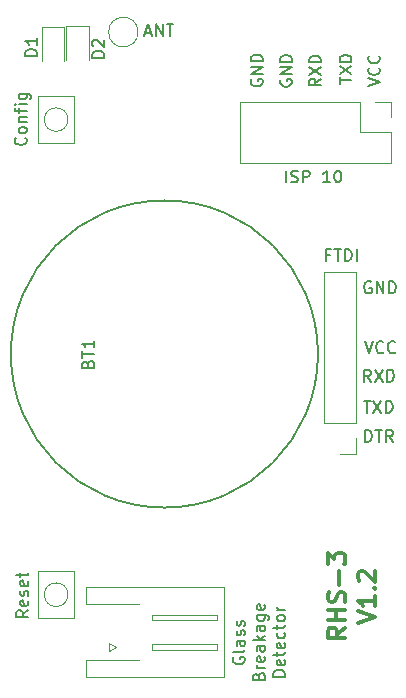
<source format=gto>
G04 #@! TF.GenerationSoftware,KiCad,Pcbnew,(5.1.5)-3*
G04 #@! TF.CreationDate,2020-05-25T21:57:19+02:00*
G04 #@! TF.ProjectId,RHS_3,5248535f-332e-46b6-9963-61645f706362,rev?*
G04 #@! TF.SameCoordinates,Original*
G04 #@! TF.FileFunction,Legend,Top*
G04 #@! TF.FilePolarity,Positive*
%FSLAX46Y46*%
G04 Gerber Fmt 4.6, Leading zero omitted, Abs format (unit mm)*
G04 Created by KiCad (PCBNEW (5.1.5)-3) date 2020-05-25 21:57:19*
%MOMM*%
%LPD*%
G04 APERTURE LIST*
%ADD10C,0.200000*%
%ADD11C,0.300000*%
%ADD12C,0.150000*%
%ADD13C,0.120000*%
G04 APERTURE END LIST*
D10*
X78445000Y-125086904D02*
X78397380Y-125182142D01*
X78397380Y-125325000D01*
X78445000Y-125467857D01*
X78540238Y-125563095D01*
X78635476Y-125610714D01*
X78825952Y-125658333D01*
X78968809Y-125658333D01*
X79159285Y-125610714D01*
X79254523Y-125563095D01*
X79349761Y-125467857D01*
X79397380Y-125325000D01*
X79397380Y-125229761D01*
X79349761Y-125086904D01*
X79302142Y-125039285D01*
X78968809Y-125039285D01*
X78968809Y-125229761D01*
X79397380Y-124467857D02*
X79349761Y-124563095D01*
X79254523Y-124610714D01*
X78397380Y-124610714D01*
X79397380Y-123658333D02*
X78873571Y-123658333D01*
X78778333Y-123705952D01*
X78730714Y-123801190D01*
X78730714Y-123991666D01*
X78778333Y-124086904D01*
X79349761Y-123658333D02*
X79397380Y-123753571D01*
X79397380Y-123991666D01*
X79349761Y-124086904D01*
X79254523Y-124134523D01*
X79159285Y-124134523D01*
X79064047Y-124086904D01*
X79016428Y-123991666D01*
X79016428Y-123753571D01*
X78968809Y-123658333D01*
X79349761Y-123229761D02*
X79397380Y-123134523D01*
X79397380Y-122944047D01*
X79349761Y-122848809D01*
X79254523Y-122801190D01*
X79206904Y-122801190D01*
X79111666Y-122848809D01*
X79064047Y-122944047D01*
X79064047Y-123086904D01*
X79016428Y-123182142D01*
X78921190Y-123229761D01*
X78873571Y-123229761D01*
X78778333Y-123182142D01*
X78730714Y-123086904D01*
X78730714Y-122944047D01*
X78778333Y-122848809D01*
X79349761Y-122420238D02*
X79397380Y-122325000D01*
X79397380Y-122134523D01*
X79349761Y-122039285D01*
X79254523Y-121991666D01*
X79206904Y-121991666D01*
X79111666Y-122039285D01*
X79064047Y-122134523D01*
X79064047Y-122277380D01*
X79016428Y-122372619D01*
X78921190Y-122420238D01*
X78873571Y-122420238D01*
X78778333Y-122372619D01*
X78730714Y-122277380D01*
X78730714Y-122134523D01*
X78778333Y-122039285D01*
X80573571Y-126682142D02*
X80621190Y-126539285D01*
X80668809Y-126491666D01*
X80764047Y-126444047D01*
X80906904Y-126444047D01*
X81002142Y-126491666D01*
X81049761Y-126539285D01*
X81097380Y-126634523D01*
X81097380Y-127015476D01*
X80097380Y-127015476D01*
X80097380Y-126682142D01*
X80145000Y-126586904D01*
X80192619Y-126539285D01*
X80287857Y-126491666D01*
X80383095Y-126491666D01*
X80478333Y-126539285D01*
X80525952Y-126586904D01*
X80573571Y-126682142D01*
X80573571Y-127015476D01*
X81097380Y-126015476D02*
X80430714Y-126015476D01*
X80621190Y-126015476D02*
X80525952Y-125967857D01*
X80478333Y-125920238D01*
X80430714Y-125825000D01*
X80430714Y-125729761D01*
X81049761Y-125015476D02*
X81097380Y-125110714D01*
X81097380Y-125301190D01*
X81049761Y-125396428D01*
X80954523Y-125444047D01*
X80573571Y-125444047D01*
X80478333Y-125396428D01*
X80430714Y-125301190D01*
X80430714Y-125110714D01*
X80478333Y-125015476D01*
X80573571Y-124967857D01*
X80668809Y-124967857D01*
X80764047Y-125444047D01*
X81097380Y-124110714D02*
X80573571Y-124110714D01*
X80478333Y-124158333D01*
X80430714Y-124253571D01*
X80430714Y-124444047D01*
X80478333Y-124539285D01*
X81049761Y-124110714D02*
X81097380Y-124205952D01*
X81097380Y-124444047D01*
X81049761Y-124539285D01*
X80954523Y-124586904D01*
X80859285Y-124586904D01*
X80764047Y-124539285D01*
X80716428Y-124444047D01*
X80716428Y-124205952D01*
X80668809Y-124110714D01*
X81097380Y-123634523D02*
X80097380Y-123634523D01*
X80716428Y-123539285D02*
X81097380Y-123253571D01*
X80430714Y-123253571D02*
X80811666Y-123634523D01*
X81097380Y-122396428D02*
X80573571Y-122396428D01*
X80478333Y-122444047D01*
X80430714Y-122539285D01*
X80430714Y-122729761D01*
X80478333Y-122825000D01*
X81049761Y-122396428D02*
X81097380Y-122491666D01*
X81097380Y-122729761D01*
X81049761Y-122825000D01*
X80954523Y-122872619D01*
X80859285Y-122872619D01*
X80764047Y-122825000D01*
X80716428Y-122729761D01*
X80716428Y-122491666D01*
X80668809Y-122396428D01*
X80430714Y-121491666D02*
X81240238Y-121491666D01*
X81335476Y-121539285D01*
X81383095Y-121586904D01*
X81430714Y-121682142D01*
X81430714Y-121825000D01*
X81383095Y-121920238D01*
X81049761Y-121491666D02*
X81097380Y-121586904D01*
X81097380Y-121777380D01*
X81049761Y-121872619D01*
X81002142Y-121920238D01*
X80906904Y-121967857D01*
X80621190Y-121967857D01*
X80525952Y-121920238D01*
X80478333Y-121872619D01*
X80430714Y-121777380D01*
X80430714Y-121586904D01*
X80478333Y-121491666D01*
X81049761Y-120634523D02*
X81097380Y-120729761D01*
X81097380Y-120920238D01*
X81049761Y-121015476D01*
X80954523Y-121063095D01*
X80573571Y-121063095D01*
X80478333Y-121015476D01*
X80430714Y-120920238D01*
X80430714Y-120729761D01*
X80478333Y-120634523D01*
X80573571Y-120586904D01*
X80668809Y-120586904D01*
X80764047Y-121063095D01*
X82797380Y-126705952D02*
X81797380Y-126705952D01*
X81797380Y-126467857D01*
X81845000Y-126325000D01*
X81940238Y-126229761D01*
X82035476Y-126182142D01*
X82225952Y-126134523D01*
X82368809Y-126134523D01*
X82559285Y-126182142D01*
X82654523Y-126229761D01*
X82749761Y-126325000D01*
X82797380Y-126467857D01*
X82797380Y-126705952D01*
X82749761Y-125325000D02*
X82797380Y-125420238D01*
X82797380Y-125610714D01*
X82749761Y-125705952D01*
X82654523Y-125753571D01*
X82273571Y-125753571D01*
X82178333Y-125705952D01*
X82130714Y-125610714D01*
X82130714Y-125420238D01*
X82178333Y-125325000D01*
X82273571Y-125277380D01*
X82368809Y-125277380D01*
X82464047Y-125753571D01*
X82130714Y-124991666D02*
X82130714Y-124610714D01*
X81797380Y-124848809D02*
X82654523Y-124848809D01*
X82749761Y-124801190D01*
X82797380Y-124705952D01*
X82797380Y-124610714D01*
X82749761Y-123896428D02*
X82797380Y-123991666D01*
X82797380Y-124182142D01*
X82749761Y-124277380D01*
X82654523Y-124325000D01*
X82273571Y-124325000D01*
X82178333Y-124277380D01*
X82130714Y-124182142D01*
X82130714Y-123991666D01*
X82178333Y-123896428D01*
X82273571Y-123848809D01*
X82368809Y-123848809D01*
X82464047Y-124325000D01*
X82749761Y-122991666D02*
X82797380Y-123086904D01*
X82797380Y-123277380D01*
X82749761Y-123372619D01*
X82702142Y-123420238D01*
X82606904Y-123467857D01*
X82321190Y-123467857D01*
X82225952Y-123420238D01*
X82178333Y-123372619D01*
X82130714Y-123277380D01*
X82130714Y-123086904D01*
X82178333Y-122991666D01*
X82130714Y-122705952D02*
X82130714Y-122325000D01*
X81797380Y-122563095D02*
X82654523Y-122563095D01*
X82749761Y-122515476D01*
X82797380Y-122420238D01*
X82797380Y-122325000D01*
X82797380Y-121848809D02*
X82749761Y-121944047D01*
X82702142Y-121991666D01*
X82606904Y-122039285D01*
X82321190Y-122039285D01*
X82225952Y-121991666D01*
X82178333Y-121944047D01*
X82130714Y-121848809D01*
X82130714Y-121705952D01*
X82178333Y-121610714D01*
X82225952Y-121563095D01*
X82321190Y-121515476D01*
X82606904Y-121515476D01*
X82702142Y-121563095D01*
X82749761Y-121610714D01*
X82797380Y-121705952D01*
X82797380Y-121848809D01*
X82797380Y-121086904D02*
X82130714Y-121086904D01*
X82321190Y-121086904D02*
X82225952Y-121039285D01*
X82178333Y-120991666D01*
X82130714Y-120896428D01*
X82130714Y-120801190D01*
D11*
X87922571Y-122566571D02*
X87208285Y-123066571D01*
X87922571Y-123423714D02*
X86422571Y-123423714D01*
X86422571Y-122852285D01*
X86494000Y-122709428D01*
X86565428Y-122638000D01*
X86708285Y-122566571D01*
X86922571Y-122566571D01*
X87065428Y-122638000D01*
X87136857Y-122709428D01*
X87208285Y-122852285D01*
X87208285Y-123423714D01*
X87922571Y-121923714D02*
X86422571Y-121923714D01*
X87136857Y-121923714D02*
X87136857Y-121066571D01*
X87922571Y-121066571D02*
X86422571Y-121066571D01*
X87851142Y-120423714D02*
X87922571Y-120209428D01*
X87922571Y-119852285D01*
X87851142Y-119709428D01*
X87779714Y-119638000D01*
X87636857Y-119566571D01*
X87494000Y-119566571D01*
X87351142Y-119638000D01*
X87279714Y-119709428D01*
X87208285Y-119852285D01*
X87136857Y-120138000D01*
X87065428Y-120280857D01*
X86994000Y-120352285D01*
X86851142Y-120423714D01*
X86708285Y-120423714D01*
X86565428Y-120352285D01*
X86494000Y-120280857D01*
X86422571Y-120138000D01*
X86422571Y-119780857D01*
X86494000Y-119566571D01*
X87351142Y-118923714D02*
X87351142Y-117780857D01*
X86422571Y-117209428D02*
X86422571Y-116280857D01*
X86994000Y-116780857D01*
X86994000Y-116566571D01*
X87065428Y-116423714D01*
X87136857Y-116352285D01*
X87279714Y-116280857D01*
X87636857Y-116280857D01*
X87779714Y-116352285D01*
X87851142Y-116423714D01*
X87922571Y-116566571D01*
X87922571Y-116995142D01*
X87851142Y-117138000D01*
X87779714Y-117209428D01*
X88972571Y-122173714D02*
X90472571Y-121673714D01*
X88972571Y-121173714D01*
X90472571Y-119888000D02*
X90472571Y-120745142D01*
X90472571Y-120316571D02*
X88972571Y-120316571D01*
X89186857Y-120459428D01*
X89329714Y-120602285D01*
X89401142Y-120745142D01*
X90329714Y-119245142D02*
X90401142Y-119173714D01*
X90472571Y-119245142D01*
X90401142Y-119316571D01*
X90329714Y-119245142D01*
X90472571Y-119245142D01*
X89115428Y-118602285D02*
X89044000Y-118530857D01*
X88972571Y-118388000D01*
X88972571Y-118030857D01*
X89044000Y-117888000D01*
X89115428Y-117816571D01*
X89258285Y-117745142D01*
X89401142Y-117745142D01*
X89615428Y-117816571D01*
X90472571Y-118673714D01*
X90472571Y-117745142D01*
D12*
X89607142Y-106852380D02*
X89607142Y-105852380D01*
X89845238Y-105852380D01*
X89988095Y-105900000D01*
X90083333Y-105995238D01*
X90130952Y-106090476D01*
X90178571Y-106280952D01*
X90178571Y-106423809D01*
X90130952Y-106614285D01*
X90083333Y-106709523D01*
X89988095Y-106804761D01*
X89845238Y-106852380D01*
X89607142Y-106852380D01*
X90464285Y-105852380D02*
X91035714Y-105852380D01*
X90750000Y-106852380D02*
X90750000Y-105852380D01*
X91940476Y-106852380D02*
X91607142Y-106376190D01*
X91369047Y-106852380D02*
X91369047Y-105852380D01*
X91750000Y-105852380D01*
X91845238Y-105900000D01*
X91892857Y-105947619D01*
X91940476Y-106042857D01*
X91940476Y-106185714D01*
X91892857Y-106280952D01*
X91845238Y-106328571D01*
X91750000Y-106376190D01*
X91369047Y-106376190D01*
X90083333Y-101727380D02*
X89750000Y-101251190D01*
X89511904Y-101727380D02*
X89511904Y-100727380D01*
X89892857Y-100727380D01*
X89988095Y-100775000D01*
X90035714Y-100822619D01*
X90083333Y-100917857D01*
X90083333Y-101060714D01*
X90035714Y-101155952D01*
X89988095Y-101203571D01*
X89892857Y-101251190D01*
X89511904Y-101251190D01*
X90416666Y-100727380D02*
X91083333Y-101727380D01*
X91083333Y-100727380D02*
X90416666Y-101727380D01*
X91464285Y-101727380D02*
X91464285Y-100727380D01*
X91702380Y-100727380D01*
X91845238Y-100775000D01*
X91940476Y-100870238D01*
X91988095Y-100965476D01*
X92035714Y-101155952D01*
X92035714Y-101298809D01*
X91988095Y-101489285D01*
X91940476Y-101584523D01*
X91845238Y-101679761D01*
X91702380Y-101727380D01*
X91464285Y-101727380D01*
X89488095Y-103352380D02*
X90059523Y-103352380D01*
X89773809Y-104352380D02*
X89773809Y-103352380D01*
X90297619Y-103352380D02*
X90964285Y-104352380D01*
X90964285Y-103352380D02*
X90297619Y-104352380D01*
X91345238Y-104352380D02*
X91345238Y-103352380D01*
X91583333Y-103352380D01*
X91726190Y-103400000D01*
X91821428Y-103495238D01*
X91869047Y-103590476D01*
X91916666Y-103780952D01*
X91916666Y-103923809D01*
X91869047Y-104114285D01*
X91821428Y-104209523D01*
X91726190Y-104304761D01*
X91583333Y-104352380D01*
X91345238Y-104352380D01*
X89566666Y-98327380D02*
X89900000Y-99327380D01*
X90233333Y-98327380D01*
X91138095Y-99232142D02*
X91090476Y-99279761D01*
X90947619Y-99327380D01*
X90852380Y-99327380D01*
X90709523Y-99279761D01*
X90614285Y-99184523D01*
X90566666Y-99089285D01*
X90519047Y-98898809D01*
X90519047Y-98755952D01*
X90566666Y-98565476D01*
X90614285Y-98470238D01*
X90709523Y-98375000D01*
X90852380Y-98327380D01*
X90947619Y-98327380D01*
X91090476Y-98375000D01*
X91138095Y-98422619D01*
X92138095Y-99232142D02*
X92090476Y-99279761D01*
X91947619Y-99327380D01*
X91852380Y-99327380D01*
X91709523Y-99279761D01*
X91614285Y-99184523D01*
X91566666Y-99089285D01*
X91519047Y-98898809D01*
X91519047Y-98755952D01*
X91566666Y-98565476D01*
X91614285Y-98470238D01*
X91709523Y-98375000D01*
X91852380Y-98327380D01*
X91947619Y-98327380D01*
X92090476Y-98375000D01*
X92138095Y-98422619D01*
X90088095Y-93300000D02*
X89992857Y-93252380D01*
X89850000Y-93252380D01*
X89707142Y-93300000D01*
X89611904Y-93395238D01*
X89564285Y-93490476D01*
X89516666Y-93680952D01*
X89516666Y-93823809D01*
X89564285Y-94014285D01*
X89611904Y-94109523D01*
X89707142Y-94204761D01*
X89850000Y-94252380D01*
X89945238Y-94252380D01*
X90088095Y-94204761D01*
X90135714Y-94157142D01*
X90135714Y-93823809D01*
X89945238Y-93823809D01*
X90564285Y-94252380D02*
X90564285Y-93252380D01*
X91135714Y-94252380D01*
X91135714Y-93252380D01*
X91611904Y-94252380D02*
X91611904Y-93252380D01*
X91850000Y-93252380D01*
X91992857Y-93300000D01*
X92088095Y-93395238D01*
X92135714Y-93490476D01*
X92183333Y-93680952D01*
X92183333Y-93823809D01*
X92135714Y-94014285D01*
X92088095Y-94109523D01*
X91992857Y-94204761D01*
X91850000Y-94252380D01*
X91611904Y-94252380D01*
X79960000Y-76151904D02*
X79912380Y-76247142D01*
X79912380Y-76390000D01*
X79960000Y-76532857D01*
X80055238Y-76628095D01*
X80150476Y-76675714D01*
X80340952Y-76723333D01*
X80483809Y-76723333D01*
X80674285Y-76675714D01*
X80769523Y-76628095D01*
X80864761Y-76532857D01*
X80912380Y-76390000D01*
X80912380Y-76294761D01*
X80864761Y-76151904D01*
X80817142Y-76104285D01*
X80483809Y-76104285D01*
X80483809Y-76294761D01*
X80912380Y-75675714D02*
X79912380Y-75675714D01*
X80912380Y-75104285D01*
X79912380Y-75104285D01*
X80912380Y-74628095D02*
X79912380Y-74628095D01*
X79912380Y-74390000D01*
X79960000Y-74247142D01*
X80055238Y-74151904D01*
X80150476Y-74104285D01*
X80340952Y-74056666D01*
X80483809Y-74056666D01*
X80674285Y-74104285D01*
X80769523Y-74151904D01*
X80864761Y-74247142D01*
X80912380Y-74390000D01*
X80912380Y-74628095D01*
X82440000Y-76181904D02*
X82392380Y-76277142D01*
X82392380Y-76420000D01*
X82440000Y-76562857D01*
X82535238Y-76658095D01*
X82630476Y-76705714D01*
X82820952Y-76753333D01*
X82963809Y-76753333D01*
X83154285Y-76705714D01*
X83249523Y-76658095D01*
X83344761Y-76562857D01*
X83392380Y-76420000D01*
X83392380Y-76324761D01*
X83344761Y-76181904D01*
X83297142Y-76134285D01*
X82963809Y-76134285D01*
X82963809Y-76324761D01*
X83392380Y-75705714D02*
X82392380Y-75705714D01*
X83392380Y-75134285D01*
X82392380Y-75134285D01*
X83392380Y-74658095D02*
X82392380Y-74658095D01*
X82392380Y-74420000D01*
X82440000Y-74277142D01*
X82535238Y-74181904D01*
X82630476Y-74134285D01*
X82820952Y-74086666D01*
X82963809Y-74086666D01*
X83154285Y-74134285D01*
X83249523Y-74181904D01*
X83344761Y-74277142D01*
X83392380Y-74420000D01*
X83392380Y-74658095D01*
X85862380Y-76086666D02*
X85386190Y-76420000D01*
X85862380Y-76658095D02*
X84862380Y-76658095D01*
X84862380Y-76277142D01*
X84910000Y-76181904D01*
X84957619Y-76134285D01*
X85052857Y-76086666D01*
X85195714Y-76086666D01*
X85290952Y-76134285D01*
X85338571Y-76181904D01*
X85386190Y-76277142D01*
X85386190Y-76658095D01*
X84862380Y-75753333D02*
X85862380Y-75086666D01*
X84862380Y-75086666D02*
X85862380Y-75753333D01*
X85862380Y-74705714D02*
X84862380Y-74705714D01*
X84862380Y-74467619D01*
X84910000Y-74324761D01*
X85005238Y-74229523D01*
X85100476Y-74181904D01*
X85290952Y-74134285D01*
X85433809Y-74134285D01*
X85624285Y-74181904D01*
X85719523Y-74229523D01*
X85814761Y-74324761D01*
X85862380Y-74467619D01*
X85862380Y-74705714D01*
X87432380Y-76511904D02*
X87432380Y-75940476D01*
X88432380Y-76226190D02*
X87432380Y-76226190D01*
X87432380Y-75702380D02*
X88432380Y-75035714D01*
X87432380Y-75035714D02*
X88432380Y-75702380D01*
X88432380Y-74654761D02*
X87432380Y-74654761D01*
X87432380Y-74416666D01*
X87480000Y-74273809D01*
X87575238Y-74178571D01*
X87670476Y-74130952D01*
X87860952Y-74083333D01*
X88003809Y-74083333D01*
X88194285Y-74130952D01*
X88289523Y-74178571D01*
X88384761Y-74273809D01*
X88432380Y-74416666D01*
X88432380Y-74654761D01*
X89842380Y-76723333D02*
X90842380Y-76390000D01*
X89842380Y-76056666D01*
X90747142Y-75151904D02*
X90794761Y-75199523D01*
X90842380Y-75342380D01*
X90842380Y-75437619D01*
X90794761Y-75580476D01*
X90699523Y-75675714D01*
X90604285Y-75723333D01*
X90413809Y-75770952D01*
X90270952Y-75770952D01*
X90080476Y-75723333D01*
X89985238Y-75675714D01*
X89890000Y-75580476D01*
X89842380Y-75437619D01*
X89842380Y-75342380D01*
X89890000Y-75199523D01*
X89937619Y-75151904D01*
X90747142Y-74151904D02*
X90794761Y-74199523D01*
X90842380Y-74342380D01*
X90842380Y-74437619D01*
X90794761Y-74580476D01*
X90699523Y-74675714D01*
X90604285Y-74723333D01*
X90413809Y-74770952D01*
X90270952Y-74770952D01*
X90080476Y-74723333D01*
X89985238Y-74675714D01*
X89890000Y-74580476D01*
X89842380Y-74437619D01*
X89842380Y-74342380D01*
X89890000Y-74199523D01*
X89937619Y-74151904D01*
D13*
X67877000Y-123906000D02*
X68477000Y-124206000D01*
X67877000Y-124506000D02*
X67877000Y-123906000D01*
X68477000Y-124206000D02*
X67877000Y-124506000D01*
X71577000Y-121456000D02*
X71577000Y-121956000D01*
X77077000Y-121456000D02*
X71577000Y-121456000D01*
X77077000Y-121956000D02*
X77077000Y-121456000D01*
X71577000Y-121956000D02*
X77077000Y-121956000D01*
X71577000Y-123956000D02*
X71577000Y-124456000D01*
X77077000Y-123956000D02*
X71577000Y-123956000D01*
X77077000Y-124456000D02*
X77077000Y-123956000D01*
X71577000Y-124456000D02*
X77077000Y-124456000D01*
X65967000Y-120566000D02*
X70467000Y-120566000D01*
X65967000Y-119146000D02*
X65967000Y-120566000D01*
X77687000Y-119146000D02*
X65967000Y-119146000D01*
X77687000Y-122956000D02*
X77687000Y-119146000D01*
X65967000Y-125346000D02*
X70467000Y-125346000D01*
X65967000Y-126766000D02*
X65967000Y-125346000D01*
X77687000Y-126766000D02*
X65967000Y-126766000D01*
X77687000Y-122956000D02*
X77687000Y-126766000D01*
D10*
X85600000Y-99400000D02*
G75*
G03X85600000Y-99400000I-13000000J0D01*
G01*
D13*
X88780000Y-92470000D02*
X86120000Y-92470000D01*
X88780000Y-105230000D02*
X88780000Y-92470000D01*
X86120000Y-105230000D02*
X86120000Y-92470000D01*
X88780000Y-105230000D02*
X86120000Y-105230000D01*
X88780000Y-106500000D02*
X88780000Y-107830000D01*
X88780000Y-107830000D02*
X87450000Y-107830000D01*
X78960000Y-78020000D02*
X78960000Y-83220000D01*
X89180000Y-78020000D02*
X78960000Y-78020000D01*
X91780000Y-83220000D02*
X78960000Y-83220000D01*
X89180000Y-78020000D02*
X89180000Y-80620000D01*
X89180000Y-80620000D02*
X91780000Y-80620000D01*
X91780000Y-80620000D02*
X91780000Y-83220000D01*
X90450000Y-78020000D02*
X91780000Y-78020000D01*
X91780000Y-78020000D02*
X91780000Y-79350000D01*
X64135000Y-74550000D02*
X64135000Y-71690000D01*
X64135000Y-71690000D02*
X62215000Y-71690000D01*
X62215000Y-71690000D02*
X62215000Y-74550000D01*
X64290000Y-71665000D02*
X64290000Y-74525000D01*
X66210000Y-71665000D02*
X64290000Y-71665000D01*
X66210000Y-74525000D02*
X66210000Y-71665000D01*
X64930000Y-119780000D02*
X64930000Y-121780000D01*
X64930000Y-121780000D02*
X61930000Y-121780000D01*
X61930000Y-121780000D02*
X61930000Y-117780000D01*
X61930000Y-117780000D02*
X64930000Y-117780000D01*
X64930000Y-117780000D02*
X64930000Y-119780000D01*
X64430000Y-119780000D02*
G75*
G03X64430000Y-119780000I-1000000J0D01*
G01*
X64430000Y-79550000D02*
G75*
G03X64430000Y-79550000I-1000000J0D01*
G01*
X64930000Y-77550000D02*
X64930000Y-79550000D01*
X61930000Y-77550000D02*
X64930000Y-77550000D01*
X61930000Y-81550000D02*
X61930000Y-77550000D01*
X64930000Y-81550000D02*
X61930000Y-81550000D01*
X64930000Y-79550000D02*
X64930000Y-81550000D01*
X70371000Y-72140000D02*
G75*
G03X70371000Y-72140000I-1251000J0D01*
G01*
D12*
X66095571Y-100226714D02*
X66143190Y-100083857D01*
X66190809Y-100036238D01*
X66286047Y-99988619D01*
X66428904Y-99988619D01*
X66524142Y-100036238D01*
X66571761Y-100083857D01*
X66619380Y-100179095D01*
X66619380Y-100560047D01*
X65619380Y-100560047D01*
X65619380Y-100226714D01*
X65667000Y-100131476D01*
X65714619Y-100083857D01*
X65809857Y-100036238D01*
X65905095Y-100036238D01*
X66000333Y-100083857D01*
X66047952Y-100131476D01*
X66095571Y-100226714D01*
X66095571Y-100560047D01*
X65619380Y-99702904D02*
X65619380Y-99131476D01*
X66619380Y-99417190D02*
X65619380Y-99417190D01*
X66619380Y-98274333D02*
X66619380Y-98845761D01*
X66619380Y-98560047D02*
X65619380Y-98560047D01*
X65762238Y-98655285D01*
X65857476Y-98750523D01*
X65905095Y-98845761D01*
X86603809Y-90988571D02*
X86270476Y-90988571D01*
X86270476Y-91512380D02*
X86270476Y-90512380D01*
X86746666Y-90512380D01*
X86984761Y-90512380D02*
X87556190Y-90512380D01*
X87270476Y-91512380D02*
X87270476Y-90512380D01*
X87889523Y-91512380D02*
X87889523Y-90512380D01*
X88127619Y-90512380D01*
X88270476Y-90560000D01*
X88365714Y-90655238D01*
X88413333Y-90750476D01*
X88460952Y-90940952D01*
X88460952Y-91083809D01*
X88413333Y-91274285D01*
X88365714Y-91369523D01*
X88270476Y-91464761D01*
X88127619Y-91512380D01*
X87889523Y-91512380D01*
X88889523Y-91512380D02*
X88889523Y-90512380D01*
X82900476Y-84862380D02*
X82900476Y-83862380D01*
X83329047Y-84814761D02*
X83471904Y-84862380D01*
X83710000Y-84862380D01*
X83805238Y-84814761D01*
X83852857Y-84767142D01*
X83900476Y-84671904D01*
X83900476Y-84576666D01*
X83852857Y-84481428D01*
X83805238Y-84433809D01*
X83710000Y-84386190D01*
X83519523Y-84338571D01*
X83424285Y-84290952D01*
X83376666Y-84243333D01*
X83329047Y-84148095D01*
X83329047Y-84052857D01*
X83376666Y-83957619D01*
X83424285Y-83910000D01*
X83519523Y-83862380D01*
X83757619Y-83862380D01*
X83900476Y-83910000D01*
X84329047Y-84862380D02*
X84329047Y-83862380D01*
X84710000Y-83862380D01*
X84805238Y-83910000D01*
X84852857Y-83957619D01*
X84900476Y-84052857D01*
X84900476Y-84195714D01*
X84852857Y-84290952D01*
X84805238Y-84338571D01*
X84710000Y-84386190D01*
X84329047Y-84386190D01*
X86614761Y-84862380D02*
X86043333Y-84862380D01*
X86329047Y-84862380D02*
X86329047Y-83862380D01*
X86233809Y-84005238D01*
X86138571Y-84100476D01*
X86043333Y-84148095D01*
X87233809Y-83862380D02*
X87329047Y-83862380D01*
X87424285Y-83910000D01*
X87471904Y-83957619D01*
X87519523Y-84052857D01*
X87567142Y-84243333D01*
X87567142Y-84481428D01*
X87519523Y-84671904D01*
X87471904Y-84767142D01*
X87424285Y-84814761D01*
X87329047Y-84862380D01*
X87233809Y-84862380D01*
X87138571Y-84814761D01*
X87090952Y-84767142D01*
X87043333Y-84671904D01*
X86995714Y-84481428D01*
X86995714Y-84243333D01*
X87043333Y-84052857D01*
X87090952Y-83957619D01*
X87138571Y-83910000D01*
X87233809Y-83862380D01*
X61812380Y-74148095D02*
X60812380Y-74148095D01*
X60812380Y-73910000D01*
X60860000Y-73767142D01*
X60955238Y-73671904D01*
X61050476Y-73624285D01*
X61240952Y-73576666D01*
X61383809Y-73576666D01*
X61574285Y-73624285D01*
X61669523Y-73671904D01*
X61764761Y-73767142D01*
X61812380Y-73910000D01*
X61812380Y-74148095D01*
X61812380Y-72624285D02*
X61812380Y-73195714D01*
X61812380Y-72910000D02*
X60812380Y-72910000D01*
X60955238Y-73005238D01*
X61050476Y-73100476D01*
X61098095Y-73195714D01*
X67492380Y-74308095D02*
X66492380Y-74308095D01*
X66492380Y-74070000D01*
X66540000Y-73927142D01*
X66635238Y-73831904D01*
X66730476Y-73784285D01*
X66920952Y-73736666D01*
X67063809Y-73736666D01*
X67254285Y-73784285D01*
X67349523Y-73831904D01*
X67444761Y-73927142D01*
X67492380Y-74070000D01*
X67492380Y-74308095D01*
X66587619Y-73355714D02*
X66540000Y-73308095D01*
X66492380Y-73212857D01*
X66492380Y-72974761D01*
X66540000Y-72879523D01*
X66587619Y-72831904D01*
X66682857Y-72784285D01*
X66778095Y-72784285D01*
X66920952Y-72831904D01*
X67492380Y-73403333D01*
X67492380Y-72784285D01*
X61062380Y-121098095D02*
X60586190Y-121431428D01*
X61062380Y-121669523D02*
X60062380Y-121669523D01*
X60062380Y-121288571D01*
X60110000Y-121193333D01*
X60157619Y-121145714D01*
X60252857Y-121098095D01*
X60395714Y-121098095D01*
X60490952Y-121145714D01*
X60538571Y-121193333D01*
X60586190Y-121288571D01*
X60586190Y-121669523D01*
X61014761Y-120288571D02*
X61062380Y-120383809D01*
X61062380Y-120574285D01*
X61014761Y-120669523D01*
X60919523Y-120717142D01*
X60538571Y-120717142D01*
X60443333Y-120669523D01*
X60395714Y-120574285D01*
X60395714Y-120383809D01*
X60443333Y-120288571D01*
X60538571Y-120240952D01*
X60633809Y-120240952D01*
X60729047Y-120717142D01*
X61014761Y-119860000D02*
X61062380Y-119764761D01*
X61062380Y-119574285D01*
X61014761Y-119479047D01*
X60919523Y-119431428D01*
X60871904Y-119431428D01*
X60776666Y-119479047D01*
X60729047Y-119574285D01*
X60729047Y-119717142D01*
X60681428Y-119812380D01*
X60586190Y-119860000D01*
X60538571Y-119860000D01*
X60443333Y-119812380D01*
X60395714Y-119717142D01*
X60395714Y-119574285D01*
X60443333Y-119479047D01*
X61014761Y-118621904D02*
X61062380Y-118717142D01*
X61062380Y-118907619D01*
X61014761Y-119002857D01*
X60919523Y-119050476D01*
X60538571Y-119050476D01*
X60443333Y-119002857D01*
X60395714Y-118907619D01*
X60395714Y-118717142D01*
X60443333Y-118621904D01*
X60538571Y-118574285D01*
X60633809Y-118574285D01*
X60729047Y-119050476D01*
X60395714Y-118288571D02*
X60395714Y-117907619D01*
X60062380Y-118145714D02*
X60919523Y-118145714D01*
X61014761Y-118098095D01*
X61062380Y-118002857D01*
X61062380Y-117907619D01*
X60837142Y-81081428D02*
X60884761Y-81129047D01*
X60932380Y-81271904D01*
X60932380Y-81367142D01*
X60884761Y-81510000D01*
X60789523Y-81605238D01*
X60694285Y-81652857D01*
X60503809Y-81700476D01*
X60360952Y-81700476D01*
X60170476Y-81652857D01*
X60075238Y-81605238D01*
X59980000Y-81510000D01*
X59932380Y-81367142D01*
X59932380Y-81271904D01*
X59980000Y-81129047D01*
X60027619Y-81081428D01*
X60932380Y-80510000D02*
X60884761Y-80605238D01*
X60837142Y-80652857D01*
X60741904Y-80700476D01*
X60456190Y-80700476D01*
X60360952Y-80652857D01*
X60313333Y-80605238D01*
X60265714Y-80510000D01*
X60265714Y-80367142D01*
X60313333Y-80271904D01*
X60360952Y-80224285D01*
X60456190Y-80176666D01*
X60741904Y-80176666D01*
X60837142Y-80224285D01*
X60884761Y-80271904D01*
X60932380Y-80367142D01*
X60932380Y-80510000D01*
X60265714Y-79748095D02*
X60932380Y-79748095D01*
X60360952Y-79748095D02*
X60313333Y-79700476D01*
X60265714Y-79605238D01*
X60265714Y-79462380D01*
X60313333Y-79367142D01*
X60408571Y-79319523D01*
X60932380Y-79319523D01*
X60265714Y-78986190D02*
X60265714Y-78605238D01*
X60932380Y-78843333D02*
X60075238Y-78843333D01*
X59980000Y-78795714D01*
X59932380Y-78700476D01*
X59932380Y-78605238D01*
X60932380Y-78271904D02*
X60265714Y-78271904D01*
X59932380Y-78271904D02*
X59980000Y-78319523D01*
X60027619Y-78271904D01*
X59980000Y-78224285D01*
X59932380Y-78271904D01*
X60027619Y-78271904D01*
X60265714Y-77367142D02*
X61075238Y-77367142D01*
X61170476Y-77414761D01*
X61218095Y-77462380D01*
X61265714Y-77557619D01*
X61265714Y-77700476D01*
X61218095Y-77795714D01*
X60884761Y-77367142D02*
X60932380Y-77462380D01*
X60932380Y-77652857D01*
X60884761Y-77748095D01*
X60837142Y-77795714D01*
X60741904Y-77843333D01*
X60456190Y-77843333D01*
X60360952Y-77795714D01*
X60313333Y-77748095D01*
X60265714Y-77652857D01*
X60265714Y-77462380D01*
X60313333Y-77367142D01*
X70987142Y-72186666D02*
X71463333Y-72186666D01*
X70891904Y-72472380D02*
X71225238Y-71472380D01*
X71558571Y-72472380D01*
X71891904Y-72472380D02*
X71891904Y-71472380D01*
X72463333Y-72472380D01*
X72463333Y-71472380D01*
X72796666Y-71472380D02*
X73368095Y-71472380D01*
X73082380Y-72472380D02*
X73082380Y-71472380D01*
M02*

</source>
